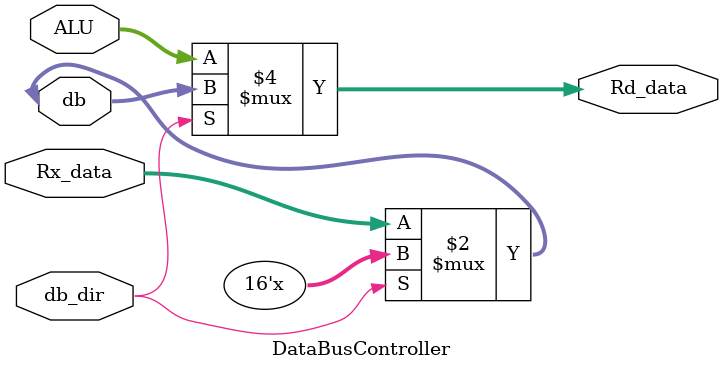
<source format=v>
module DataBusController(
	inout [15:0] db,
	input [15:0] ALU,
	input [15:0] Rx_data,
	input db_dir,
	
	output [15:0] Rd_data
	);
	assign db = (db_dir == 0) ? Rx_data : 16'hZ;
	assign Rd_data = (db_dir == 0) ? ALU : db;
endmodule
</source>
